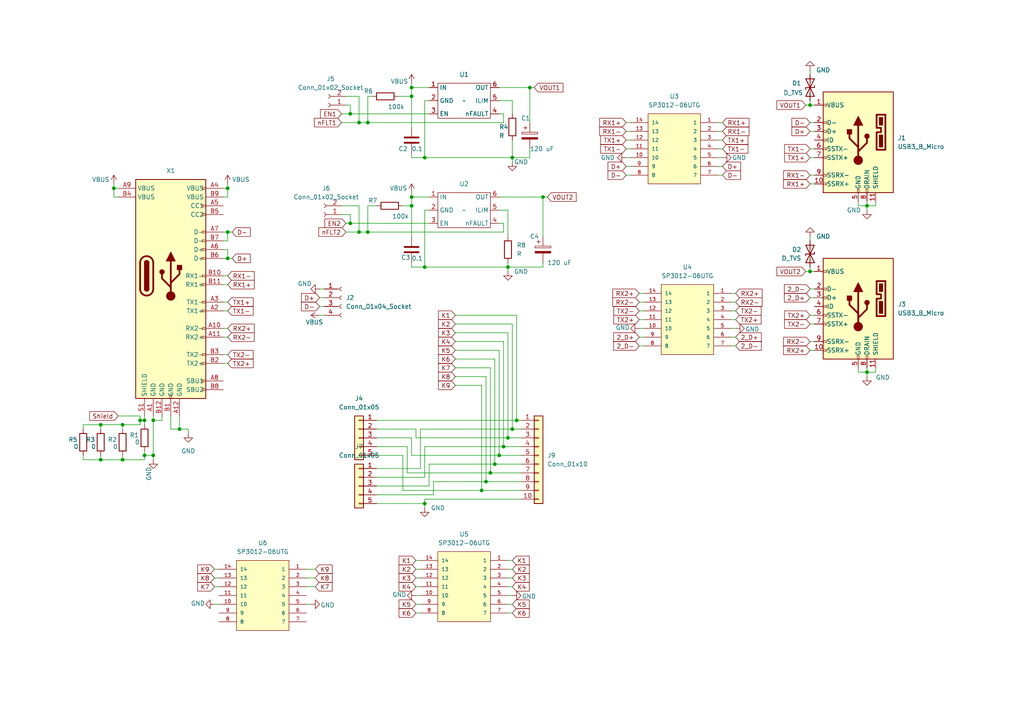
<source format=kicad_sch>
(kicad_sch (version 20231120) (generator "eeschema") (generator_version "8.0")
  (paper "A4")
  (lib_symbols
    (symbol "Connector:Conn_01x02_Socket" (pin_names (offset 1.016) hide)
      (property "Reference" "J" (at 0 2.54 0))
      (property "Value" "Conn_01x02_Socket" (at 0 -5.08 0))
      (symbol "Conn_01x02_Socket_1_1"
        (pin passive line (at -5.08 0 0) (length 3.81) (name "Pin_1") (number "1"))
        (pin passive line (at -5.08 -2.54 0) (length 3.81) (name "Pin_2") (number "2"))
      )
    )
    (symbol "Connector:Conn_01x04_Socket" (pin_names (offset 1.016) hide)
      (property "Reference" "J" (at 0 5.08 0))
      (property "Value" "Conn_01x04_Socket" (at 0 -7.62 0))
      (symbol "Conn_01x04_Socket_1_1"
        (pin passive line (at -5.08 2.54 0) (length 3.81) (name "Pin_1") (number "1"))
        (pin passive line (at -5.08 0 0) (length 3.81) (name "Pin_2") (number "2"))
        (pin passive line (at -5.08 -2.54 0) (length 3.81) (name "Pin_3") (number "3"))
        (pin passive line (at -5.08 -5.08 0) (length 3.81) (name "Pin_4") (number "4"))
      )
    )
    (symbol "Connector:USB3_B_Micro" (pin_names (offset 1.016))
      (property "Reference" "J" (at -10.16 15.24 0))
      (property "Value" "USB3_B_Micro" (at 10.16 15.24 0))
      (symbol "USB3_B_Micro_1_1"
        (pin power_out line (at 12.7 10.16 180) (length 2.54) (name "VBUS") (number "1"))
        (pin input line (at 12.7 -12.7 180) (length 2.54) (name "SSRX+") (number "10"))
        (pin passive line (at -5.08 -17.78 90) (length 2.54) (name "SHIELD") (number "11"))
        (pin bidirectional line (at 12.7 5.08 180) (length 2.54) (name "D-") (number "2"))
        (pin bidirectional line (at 12.7 2.54 180) (length 2.54) (name "D+") (number "3"))
        (pin passive line (at 12.7 0 180) (length 2.54) (name "ID") (number "4"))
        (pin power_out line (at 0 -17.78 90) (length 2.54) (name "GND") (number "5"))
        (pin output line (at 12.7 -2.54 180) (length 2.54) (name "SSTX-") (number "6"))
        (pin output line (at 12.7 -5.08 180) (length 2.54) (name "SSTX+") (number "7"))
        (pin passive line (at -2.54 -17.78 90) (length 2.54) (name "DRAIN") (number "8"))
        (pin input line (at 12.7 -10.16 180) (length 2.54) (name "SSRX-") (number "9"))
      )
    )
    (symbol "Connector_Generic:Conn_01x05" (pin_names (offset 1.016) hide)
      (property "Reference" "J" (at 0 7.62 0))
      (property "Value" "Conn_01x05" (at 0 -7.62 0))
      (symbol "Conn_01x05_1_1"
        (pin passive line (at -5.08 5.08 0) (length 3.81) (name "Pin_1") (number "1"))
        (pin passive line (at -5.08 2.54 0) (length 3.81) (name "Pin_2") (number "2"))
        (pin passive line (at -5.08 0 0) (length 3.81) (name "Pin_3") (number "3"))
        (pin passive line (at -5.08 -2.54 0) (length 3.81) (name "Pin_4") (number "4"))
        (pin passive line (at -5.08 -5.08 0) (length 3.81) (name "Pin_5") (number "5"))
      )
    )
    (symbol "Connector_Generic:Conn_01x10" (pin_names (offset 1.016) hide)
      (property "Reference" "J" (at 0 12.7 0))
      (property "Value" "Conn_01x10" (at 0 -15.24 0))
      (symbol "Conn_01x10_1_1"
        (pin passive line (at -5.08 10.16 0) (length 3.81) (name "Pin_1") (number "1"))
        (pin passive line (at -5.08 -12.7 0) (length 3.81) (name "Pin_10") (number "10"))
        (pin passive line (at -5.08 7.62 0) (length 3.81) (name "Pin_2") (number "2"))
        (pin passive line (at -5.08 5.08 0) (length 3.81) (name "Pin_3") (number "3"))
        (pin passive line (at -5.08 2.54 0) (length 3.81) (name "Pin_4") (number "4"))
        (pin passive line (at -5.08 0 0) (length 3.81) (name "Pin_5") (number "5"))
        (pin passive line (at -5.08 -2.54 0) (length 3.81) (name "Pin_6") (number "6"))
        (pin passive line (at -5.08 -5.08 0) (length 3.81) (name "Pin_7") (number "7"))
        (pin passive line (at -5.08 -7.62 0) (length 3.81) (name "Pin_8") (number "8"))
        (pin passive line (at -5.08 -10.16 0) (length 3.81) (name "Pin_9") (number "9"))
      )
    )
    (symbol "Device:C" (pin_numbers hide) (pin_names (offset 0.254))
      (property "Reference" "C" (at 0.635 2.54 0))
      (property "Value" "C" (at 0.635 -2.54 0))
      (symbol "C_1_1"
        (pin passive line (at 0 3.81 270) (length 2.794) (name "~") (number "1"))
        (pin passive line (at 0 -3.81 90) (length 2.794) (name "~") (number "2"))
      )
    )
    (symbol "Device:C_Polarized" (pin_numbers hide) (pin_names (offset 0.254))
      (property "Reference" "C" (at 0.635 2.54 0))
      (property "Value" "C_Polarized" (at 0.635 -2.54 0))
      (symbol "C_Polarized_1_1"
        (pin passive line (at 0 3.81 270) (length 2.794) (name "~") (number "1"))
        (pin passive line (at 0 -3.81 90) (length 2.794) (name "~") (number "2"))
      )
    )
    (symbol "Device:D_TVS" (pin_numbers hide) (pin_names (offset 1.016) hide)
      (property "Reference" "D" (at 0 2.54 0))
      (property "Value" "D_TVS" (at 0 -2.54 0))
      (symbol "D_TVS_1_1"
        (pin passive line (at -3.81 0 0) (length 2.54) (name "A1") (number "1"))
        (pin passive line (at 3.81 0 180) (length 2.54) (name "A2") (number "2"))
      )
    )
    (symbol "Device:R" (pin_numbers hide) (pin_names (offset 0))
      (property "Reference" "R" (at 2.032 0 90))
      (property "Value" "R" (at 0 0 90))
      (symbol "R_1_1"
        (pin passive line (at 0 3.81 270) (length 1.27) (name "~") (number "1"))
        (pin passive line (at 0 -3.81 90) (length 1.27) (name "~") (number "2"))
      )
    )
    (symbol "Shield1:USB_C_24pins"
      (property "Reference" "X1" (at 0 38.1 0))
      (property "Value" "USB_C_24pins" (at 0 35.56 0))
      (symbol "USB_C_24pins_1_1"
        (pin passive line (at -5.08 -35.56 90) (length 5.08) (name "GND") (number "A1"))
        (pin bidirectional line (at 15.24 -10.16 180) (length 5.08) (name "RX2-") (number "A10"))
        (pin bidirectional line (at 15.24 -12.7 180) (length 5.08) (name "RX2+") (number "A11"))
        (pin passive line (at 2.54 -35.56 90) (length 5.08) (name "GND") (number "A12"))
        (pin bidirectional line (at 15.24 -5.08 180) (length 5.08) (name "TX1+") (number "A2"))
        (pin bidirectional line (at 15.24 -2.54 180) (length 5.08) (name "TX1-") (number "A3"))
        (pin passive line (at 15.24 30.48 180) (length 5.08) (name "VBUS") (number "A4"))
        (pin bidirectional line (at 15.24 25.4 180) (length 5.08) (name "CC1") (number "A5"))
        (pin bidirectional line (at 15.24 12.7 180) (length 5.08) (name "D+") (number "A6"))
        (pin bidirectional line (at 15.24 17.78 180) (length 5.08) (name "D-") (number "A7"))
        (pin bidirectional line (at 15.24 -25.4 180) (length 5.08) (name "SBU1") (number "A8"))
        (pin passive line (at -15.24 30.48 0) (length 5.08) (name "VBUS") (number "A9"))
        (pin passive line (at 0 -35.56 90) (length 5.08) (name "GND") (number "B1"))
        (pin bidirectional line (at 15.24 5.08 180) (length 5.08) (name "RX1-") (number "B10"))
        (pin bidirectional line (at 15.24 2.54 180) (length 5.08) (name "RX1+") (number "B11"))
        (pin passive line (at -2.54 -35.56 90) (length 5.08) (name "GND") (number "B12"))
        (pin bidirectional line (at 15.24 -20.32 180) (length 5.08) (name "TX2+") (number "B2"))
        (pin bidirectional line (at 15.24 -17.78 180) (length 5.08) (name "TX2-") (number "B3"))
        (pin passive line (at -15.24 27.94 0) (length 5.08) (name "VBUS") (number "B4"))
        (pin bidirectional line (at 15.24 22.86 180) (length 5.08) (name "CC2") (number "B5"))
        (pin bidirectional line (at 15.24 10.16 180) (length 5.08) (name "D+") (number "B6"))
        (pin bidirectional line (at 15.24 15.24 180) (length 5.08) (name "D-") (number "B7"))
        (pin bidirectional line (at 15.24 -27.94 180) (length 5.08) (name "SBU2") (number "B8"))
        (pin passive line (at 15.24 27.94 180) (length 5.08) (name "VBUS") (number "B9"))
        (pin passive line (at -7.62 -35.56 90) (length 5.08) (name "SHIELD") (number "S1"))
        (pin passive line (at -7.62 -35.56 90) (length 5.08) hide (name "SHIELD") (number "S2"))
        (pin passive line (at -7.62 -35.56 90) (length 5.08) hide (name "SHIELD") (number "S3"))
        (pin passive line (at -7.62 -35.56 90) (length 5.08) hide (name "SHIELD") (number "S4"))
      )
    )
    (symbol "myLib8:SP3012-06UTG" (pin_names (offset 1.016))
      (property "Reference" "U" (at -7.62 10.668 0))
      (property "Value" "SP3012-06UTG" (at -7.62 -12.7 0))
      (symbol "SP3012-06UTG_0_0"
        (pin passive line (at -12.7 7.62 0) (length 5.08) (name "1") (number "1"))
        (pin passive line (at 12.7 -2.54 180) (length 5.08) (name "10") (number "10"))
        (pin passive line (at 12.7 0 180) (length 5.08) (name "11") (number "11"))
        (pin passive line (at 12.7 2.54 180) (length 5.08) (name "12") (number "12"))
        (pin passive line (at 12.7 5.08 180) (length 5.08) (name "13") (number "13"))
        (pin passive line (at 12.7 7.62 180) (length 5.08) (name "14") (number "14"))
        (pin passive line (at -12.7 5.08 0) (length 5.08) (name "2") (number "2"))
        (pin passive line (at -12.7 2.54 0) (length 5.08) (name "3") (number "3"))
        (pin passive line (at -12.7 0 0) (length 5.08) (name "4") (number "4"))
        (pin passive line (at -12.7 -2.54 0) (length 5.08) (name "5") (number "5"))
        (pin passive line (at -12.7 -5.08 0) (length 5.08) (name "6") (number "6"))
        (pin passive line (at -12.7 -7.62 0) (length 5.08) (name "7") (number "7"))
        (pin passive line (at 12.7 -7.62 180) (length 5.08) (name "8") (number "8"))
        (pin passive line (at 12.7 -5.08 180) (length 5.08) (name "9") (number "9"))
      )
    )
    (symbol "power:GND" (power) (pin_names (offset 0))
      (property "Value" "GND" (at 0 -3.81 0))
      (symbol "GND_1_1"
        (pin power_in line (at 0 0 270) (length 0) hide (name "GND") (number "1"))
      )
    )
    (symbol "power:VBUS" (power) (pin_names (offset 0))
      (property "Value" "VBUS" (at 0 3.81 0))
      (symbol "VBUS_1_1"
        (pin power_in line (at 0 0 90) (length 0) hide (name "VBUS") (number "1"))
      )
    )
    (symbol "swich emergent:tps2553"
      (property "Reference" "U" (at 0 7.62 0))
      (symbol "tps2553_1_1"
        (pin power_in line (at -10.16 3.81 0) (length 2.54) (name "IN") (number "1"))
        (pin power_in line (at -10.16 0 0) (length 2.54) (name "GND") (number "2"))
        (pin input line (at -10.16 -3.81 0) (length 2.54) (name "EN") (number "3"))
        (pin open_collector line (at 10.16 -3.81 180) (length 2.54) (name "nFAULT") (number "4"))
        (pin output line (at 10.16 0 180) (length 2.54) (name "ILIM") (number "5"))
        (pin power_out line (at 10.16 3.81 180) (length 2.54) (name "OUT") (number "6"))
      )
    )
  )
  (junction (at 35.56 133.35))
  (junction (at 234.95 30.48))
  (junction (at 106.68 35.56))
  (junction (at 40.64 121.92))
  (junction (at 66.04 54.61))
  (junction (at 123.19 146.05))
  (junction (at 149.86 121.92))
  (junction (at 44.45 121.92))
  (junction (at 44.45 132.08))
  (junction (at 101.6 64.77))
  (junction (at 101.6 33.02))
  (junction (at 147.32 77.47))
  (junction (at 148.59 124.46))
  (junction (at 251.46 59.69))
  (junction (at 29.21 133.35))
  (junction (at 106.68 67.31))
  (junction (at 119.38 25.4))
  (junction (at 148.59 45.72))
  (junction (at 33.02 54.61))
  (junction (at 143.51 134.62))
  (junction (at 234.95 78.74))
  (junction (at 140.97 139.7))
  (junction (at 104.14 67.31))
  (junction (at 104.14 35.56))
  (junction (at 35.56 123.19))
  (junction (at 139.7 142.24))
  (junction (at 41.91 132.08))
  (junction (at 119.38 57.15))
  (junction (at 119.38 27.94))
  (junction (at 123.19 45.72))
  (junction (at 147.32 127))
  (junction (at 123.19 77.47))
  (junction (at 29.21 123.19))
  (junction (at 157.48 57.15))
  (junction (at 144.78 132.08))
  (junction (at 153.67 25.4))
  (junction (at 142.24 137.16))
  (junction (at 52.07 124.46))
  (junction (at 146.05 129.54))
  (junction (at 66.04 74.93))
  (junction (at 119.38 59.69))
  (junction (at 66.04 67.31))
  (junction (at 41.91 121.92))
  (junction (at 251.46 107.95))
  (wire (pts (xy 236.22 30.48) (xy 234.95 30.48)))
  (wire (pts (xy 119.38 132.08) (xy 119.38 127)))
  (wire (pts (xy 109.22 59.69) (xy 106.68 59.69)))
  (wire (pts (xy 139.7 142.24) (xy 116.84 142.24)))
  (wire (pts (xy 182.88 43.18) (xy 181.61 43.18)))
  (wire (pts (xy 236.22 38.1) (xy 234.95 38.1)))
  (wire (pts (xy 140.97 139.7) (xy 151.13 139.7)))
  (wire (pts (xy 125.73 139.7) (xy 140.97 139.7)))
  (wire (pts (xy 119.38 57.15) (xy 119.38 59.69)))
  (wire (pts (xy 139.7 111.76) (xy 139.7 142.24)))
  (wire (pts (xy 149.86 121.92) (xy 151.13 121.92)))
  (wire (pts (xy 46.99 120.65) (xy 46.99 121.92)))
  (wire (pts (xy 120.65 175.26) (xy 121.92 175.26)))
  (wire (pts (xy 151.13 132.08) (xy 144.78 132.08)))
  (wire (pts (xy 35.56 123.19) (xy 29.21 123.19)))
  (wire (pts (xy 121.92 135.89) (xy 121.92 124.46)))
  (wire (pts (xy 251.46 58.42) (xy 251.46 59.69)))
  (wire (pts (xy 146.05 67.31) (xy 146.05 64.77)))
  (wire (pts (xy 120.65 127) (xy 120.65 124.46)))
  (wire (pts (xy 132.08 93.98) (xy 148.59 93.98)))
  (wire (pts (xy 119.38 57.15) (xy 124.46 57.15)))
  (wire (pts (xy 132.08 106.68) (xy 142.24 106.68)))
  (wire (pts (xy 119.38 127) (xy 109.22 127)))
  (wire (pts (xy 67.31 74.93) (xy 66.04 74.93)))
  (wire (pts (xy 148.59 170.18) (xy 147.32 170.18)))
  (wire (pts (xy 66.04 80.01) (xy 64.77 80.01)))
  (wire (pts (xy 234.95 53.34) (xy 236.22 53.34)))
  (wire (pts (xy 66.04 54.61) (xy 64.77 54.61)))
  (wire (pts (xy 148.59 165.1) (xy 147.32 165.1)))
  (wire (pts (xy 151.13 137.16) (xy 142.24 137.16)))
  (wire (pts (xy 92.71 91.44) (xy 93.98 91.44)))
  (wire (pts (xy 104.14 59.69) (xy 104.14 67.31)))
  (wire (pts (xy 209.55 38.1) (xy 208.28 38.1)))
  (wire (pts (xy 140.97 109.22) (xy 140.97 139.7)))
  (wire (pts (xy 146.05 99.06) (xy 146.05 129.54)))
  (wire (pts (xy 234.95 101.6) (xy 236.22 101.6)))
  (wire (pts (xy 234.95 29.21) (xy 234.95 30.48)))
  (wire (pts (xy 186.69 97.79) (xy 185.42 97.79)))
  (wire (pts (xy 116.84 132.08) (xy 109.22 132.08)))
  (wire (pts (xy 123.19 77.47) (xy 147.32 77.47)))
  (wire (pts (xy 123.19 129.54) (xy 146.05 129.54)))
  (wire (pts (xy 99.06 62.23) (xy 101.6 62.23)))
  (wire (pts (xy 146.05 64.77) (xy 144.78 64.77)))
  (wire (pts (xy 124.46 134.62) (xy 143.51 134.62)))
  (wire (pts (xy 99.06 59.69) (xy 104.14 59.69)))
  (wire (pts (xy 119.38 45.72) (xy 123.19 45.72)))
  (wire (pts (xy 123.19 146.05) (xy 123.19 147.32)))
  (wire (pts (xy 64.77 57.15) (xy 66.04 57.15)))
  (wire (pts (xy 209.55 45.72) (xy 208.28 45.72)))
  (wire (pts (xy 66.04 97.79) (xy 64.77 97.79)))
  (wire (pts (xy 147.32 77.47) (xy 147.32 78.74)))
  (wire (pts (xy 213.36 95.25) (xy 212.09 95.25)))
  (wire (pts (xy 143.51 104.14) (xy 143.51 134.62)))
  (wire (pts (xy 66.04 105.41) (xy 64.77 105.41)))
  (wire (pts (xy 186.69 95.25) (xy 185.42 95.25)))
  (wire (pts (xy 123.19 45.72) (xy 148.59 45.72)))
  (wire (pts (xy 248.92 59.69) (xy 248.92 58.42)))
  (wire (pts (xy 66.04 95.25) (xy 64.77 95.25)))
  (wire (pts (xy 52.07 120.65) (xy 52.07 124.46)))
  (wire (pts (xy 120.65 124.46) (xy 109.22 124.46)))
  (wire (pts (xy 148.59 29.21) (xy 144.78 29.21)))
  (wire (pts (xy 123.19 138.43) (xy 123.19 129.54)))
  (wire (pts (xy 132.08 104.14) (xy 143.51 104.14)))
  (wire (pts (xy 251.46 59.69) (xy 251.46 60.96)))
  (wire (pts (xy 251.46 107.95) (xy 251.46 109.22)))
  (wire (pts (xy 213.36 90.17) (xy 212.09 90.17)))
  (wire (pts (xy 182.88 38.1) (xy 181.61 38.1)))
  (wire (pts (xy 182.88 48.26) (xy 181.61 48.26)))
  (wire (pts (xy 119.38 77.47) (xy 123.19 77.47)))
  (wire (pts (xy 92.71 83.82) (xy 93.98 83.82)))
  (wire (pts (xy 234.95 45.72) (xy 236.22 45.72)))
  (wire (pts (xy 104.14 27.94) (xy 104.14 35.56)))
  (wire (pts (xy 147.32 127) (xy 120.65 127)))
  (wire (pts (xy 66.04 53.34) (xy 66.04 54.61)))
  (wire (pts (xy 119.38 24.13) (xy 119.38 25.4)))
  (wire (pts (xy 99.06 35.56) (xy 104.14 35.56)))
  (wire (pts (xy 54.61 125.73) (xy 54.61 124.46)))
  (wire (pts (xy 148.59 172.72) (xy 147.32 172.72)))
  (wire (pts (xy 33.02 54.61) (xy 33.02 57.15)))
  (wire (pts (xy 147.32 68.58) (xy 147.32 60.96)))
  (wire (pts (xy 186.69 85.09) (xy 185.42 85.09)))
  (wire (pts (xy 107.95 27.94) (xy 106.68 27.94)))
  (wire (pts (xy 186.69 87.63) (xy 185.42 87.63)))
  (wire (pts (xy 123.19 146.05) (xy 123.19 144.78)))
  (wire (pts (xy 66.04 67.31) (xy 66.04 69.85)))
  (wire (pts (xy 35.56 124.46) (xy 35.56 123.19)))
  (wire (pts (xy 101.6 62.23) (xy 101.6 64.77)))
  (wire (pts (xy 119.38 25.4) (xy 124.46 25.4)))
  (wire (pts (xy 121.92 124.46) (xy 148.59 124.46)))
  (wire (pts (xy 24.13 123.19) (xy 29.21 123.19)))
  (wire (pts (xy 251.46 106.68) (xy 251.46 107.95)))
  (wire (pts (xy 101.6 30.48) (xy 101.6 33.02)))
  (wire (pts (xy 157.48 57.15) (xy 157.48 68.58)))
  (wire (pts (xy 66.04 57.15) (xy 66.04 54.61)))
  (wire (pts (xy 132.08 101.6) (xy 144.78 101.6)))
  (wire (pts (xy 92.71 86.36) (xy 93.98 86.36)))
  (wire (pts (xy 66.04 67.31) (xy 67.31 67.31)))
  (wire (pts (xy 106.68 35.56) (xy 146.05 35.56)))
  (wire (pts (xy 119.38 45.72) (xy 119.38 44.45)))
  (wire (pts (xy 101.6 33.02) (xy 124.46 33.02)))
  (wire (pts (xy 120.65 165.1) (xy 121.92 165.1)))
  (wire (pts (xy 119.38 59.69) (xy 119.38 68.58)))
  (wire (pts (xy 182.88 50.8) (xy 181.61 50.8)))
  (wire (pts (xy 234.95 83.82) (xy 236.22 83.82)))
  (wire (pts (xy 254 58.42) (xy 254 59.69)))
  (wire (pts (xy 151.13 127) (xy 147.32 127)))
  (wire (pts (xy 100.33 64.77) (xy 101.6 64.77)))
  (wire (pts (xy 157.48 76.2) (xy 157.48 77.47)))
  (wire (pts (xy 92.71 88.9) (xy 93.98 88.9)))
  (wire (pts (xy 44.45 133.35) (xy 44.45 132.08)))
  (wire (pts (xy 44.45 132.08) (xy 44.45 121.92)))
  (wire (pts (xy 49.53 124.46) (xy 52.07 124.46)))
  (wire (pts (xy 186.69 100.33) (xy 185.42 100.33)))
  (wire (pts (xy 236.22 35.56) (xy 234.95 35.56)))
  (wire (pts (xy 118.11 129.54) (xy 109.22 129.54)))
  (wire (pts (xy 125.73 143.51) (xy 125.73 139.7)))
  (wire (pts (xy 234.95 77.47) (xy 234.95 78.74)))
  (wire (pts (xy 100.33 27.94) (xy 104.14 27.94)))
  (wire (pts (xy 120.65 167.64) (xy 121.92 167.64)))
  (wire (pts (xy 234.95 93.98) (xy 236.22 93.98)))
  (wire (pts (xy 104.14 67.31) (xy 106.68 67.31)))
  (wire (pts (xy 182.88 45.72) (xy 181.61 45.72)))
  (wire (pts (xy 44.45 121.92) (xy 46.99 121.92)))
  (wire (pts (xy 119.38 55.88) (xy 119.38 57.15)))
  (wire (pts (xy 62.23 167.64) (xy 63.5 167.64)))
  (wire (pts (xy 209.55 43.18) (xy 208.28 43.18)))
  (wire (pts (xy 234.95 20.32) (xy 234.95 21.59)))
  (wire (pts (xy 132.08 99.06) (xy 146.05 99.06)))
  (wire (pts (xy 41.91 132.08) (xy 44.45 132.08)))
  (wire (pts (xy 153.67 25.4) (xy 154.94 25.4)))
  (wire (pts (xy 234.95 50.8) (xy 236.22 50.8)))
  (wire (pts (xy 144.78 101.6) (xy 144.78 132.08)))
  (wire (pts (xy 109.22 121.92) (xy 149.86 121.92)))
  (wire (pts (xy 182.88 35.56) (xy 181.61 35.56)))
  (wire (pts (xy 109.22 143.51) (xy 125.73 143.51)))
  (wire (pts (xy 90.17 175.26) (xy 88.9 175.26)))
  (wire (pts (xy 209.55 35.56) (xy 208.28 35.56)))
  (wire (pts (xy 234.95 78.74) (xy 236.22 78.74)))
  (wire (pts (xy 143.51 134.62) (xy 151.13 134.62)))
  (wire (pts (xy 119.38 76.2) (xy 119.38 77.47)))
  (wire (pts (xy 33.02 53.34) (xy 33.02 54.61)))
  (wire (pts (xy 124.46 140.97) (xy 124.46 134.62)))
  (wire (pts (xy 41.91 120.65) (xy 41.91 121.92)))
  (wire (pts (xy 234.95 78.74) (xy 233.68 78.74)))
  (wire (pts (xy 34.29 120.65) (xy 40.64 120.65)))
  (wire (pts (xy 132.08 96.52) (xy 147.32 96.52)))
  (wire (pts (xy 234.95 30.48) (xy 233.68 30.48)))
  (wire (pts (xy 106.68 67.31) (xy 146.05 67.31)))
  (wire (pts (xy 24.13 132.08) (xy 24.13 133.35)))
  (wire (pts (xy 234.95 68.58) (xy 234.95 69.85)))
  (wire (pts (xy 120.65 162.56) (xy 121.92 162.56)))
  (wire (pts (xy 123.19 144.78) (xy 151.13 144.78)))
  (wire (pts (xy 254 59.69) (xy 251.46 59.69)))
  (wire (pts (xy 101.6 64.77) (xy 124.46 64.77)))
  (wire (pts (xy 91.44 167.64) (xy 88.9 167.64)))
  (wire (pts (xy 148.59 45.72) (xy 153.67 45.72)))
  (wire (pts (xy 120.65 170.18) (xy 121.92 170.18)))
  (wire (pts (xy 104.14 35.56) (xy 106.68 35.56)))
  (wire (pts (xy 116.84 59.69) (xy 119.38 59.69)))
  (wire (pts (xy 123.19 60.96) (xy 123.19 77.47)))
  (wire (pts (xy 35.56 123.19) (xy 40.64 123.19)))
  (wire (pts (xy 254 106.68) (xy 254 107.95)))
  (wire (pts (xy 35.56 132.08) (xy 35.56 133.35)))
  (wire (pts (xy 144.78 132.08) (xy 119.38 132.08)))
  (wire (pts (xy 118.11 137.16) (xy 118.11 129.54)))
  (wire (pts (xy 40.64 123.19) (xy 40.64 121.92)))
  (wire (pts (xy 147.32 77.47) (xy 157.48 77.47)))
  (wire (pts (xy 149.86 91.44) (xy 149.86 121.92)))
  (wire (pts (xy 254 107.95) (xy 251.46 107.95)))
  (wire (pts (xy 186.69 90.17) (xy 185.42 90.17)))
  (wire (pts (xy 109.22 146.05) (xy 123.19 146.05)))
  (wire (pts (xy 40.64 120.65) (xy 40.64 121.92)))
  (wire (pts (xy 66.04 72.39) (xy 66.04 74.93)))
  (wire (pts (xy 33.02 57.15) (xy 34.29 57.15)))
  (wire (pts (xy 213.36 85.09) (xy 212.09 85.09)))
  (wire (pts (xy 148.59 175.26) (xy 147.32 175.26)))
  (wire (pts (xy 144.78 57.15) (xy 157.48 57.15)))
  (wire (pts (xy 120.65 177.8) (xy 121.92 177.8)))
  (wire (pts (xy 64.77 67.31) (xy 66.04 67.31)))
  (wire (pts (xy 153.67 25.4) (xy 153.67 35.56)))
  (wire (pts (xy 148.59 162.56) (xy 147.32 162.56)))
  (wire (pts (xy 66.04 74.93) (xy 64.77 74.93)))
  (wire (pts (xy 100.33 67.31) (xy 104.14 67.31)))
  (wire (pts (xy 41.91 130.81) (xy 41.91 132.08)))
  (wire (pts (xy 234.95 91.44) (xy 236.22 91.44)))
  (wire (pts (xy 147.32 76.2) (xy 147.32 77.47)))
  (wire (pts (xy 66.04 87.63) (xy 64.77 87.63)))
  (wire (pts (xy 109.22 140.97) (xy 124.46 140.97)))
  (wire (pts (xy 123.19 60.96) (xy 124.46 60.96)))
  (wire (pts (xy 213.36 97.79) (xy 212.09 97.79)))
  (wire (pts (xy 147.32 60.96) (xy 144.78 60.96)))
  (wire (pts (xy 213.36 100.33) (xy 212.09 100.33)))
  (wire (pts (xy 24.13 124.46) (xy 24.13 123.19)))
  (wire (pts (xy 148.59 177.8) (xy 147.32 177.8)))
  (wire (pts (xy 35.56 133.35) (xy 29.21 133.35)))
  (wire (pts (xy 213.36 92.71) (xy 212.09 92.71)))
  (wire (pts (xy 148.59 33.02) (xy 148.59 29.21)))
  (wire (pts (xy 62.23 175.26) (xy 63.5 175.26)))
  (wire (pts (xy 148.59 167.64) (xy 147.32 167.64)))
  (wire (pts (xy 157.48 57.15) (xy 158.75 57.15)))
  (wire (pts (xy 248.92 107.95) (xy 248.92 106.68)))
  (wire (pts (xy 132.08 91.44) (xy 149.86 91.44)))
  (wire (pts (xy 35.56 133.35) (xy 41.91 133.35)))
  (wire (pts (xy 44.45 120.65) (xy 44.45 121.92)))
  (wire (pts (xy 148.59 45.72) (xy 148.59 46.99)))
  (wire (pts (xy 116.84 142.24) (xy 116.84 132.08)))
  (wire (pts (xy 142.24 137.16) (xy 118.11 137.16)))
  (wire (pts (xy 120.65 172.72) (xy 121.92 172.72)))
  (wire (pts (xy 147.32 96.52) (xy 147.32 127)))
  (wire (pts (xy 66.04 90.17) (xy 64.77 90.17)))
  (wire (pts (xy 91.44 170.18) (xy 88.9 170.18)))
  (wire (pts (xy 64.77 72.39) (xy 66.04 72.39)))
  (wire (pts (xy 124.46 29.21) (xy 123.19 29.21)))
  (wire (pts (xy 123.19 29.21) (xy 123.19 45.72)))
  (wire (pts (xy 29.21 123.19) (xy 29.21 124.46)))
  (wire (pts (xy 62.23 170.18) (xy 63.5 170.18)))
  (wire (pts (xy 132.08 111.76) (xy 139.7 111.76)))
  (wire (pts (xy 148.59 124.46) (xy 151.13 124.46)))
  (wire (pts (xy 213.36 87.63) (xy 212.09 87.63)))
  (wire (pts (xy 66.04 102.87) (xy 64.77 102.87)))
  (wire (pts (xy 234.95 86.36) (xy 236.22 86.36)))
  (wire (pts (xy 100.33 30.48) (xy 101.6 30.48)))
  (wire (pts (xy 146.05 129.54) (xy 151.13 129.54)))
  (wire (pts (xy 119.38 25.4) (xy 119.38 27.94)))
  (wire (pts (xy 148.59 93.98) (xy 148.59 124.46)))
  (wire (pts (xy 33.02 54.61) (xy 34.29 54.61)))
  (wire (pts (xy 144.78 25.4) (xy 153.67 25.4)))
  (wire (pts (xy 109.22 135.89) (xy 121.92 135.89)))
  (wire (pts (xy 151.13 142.24) (xy 139.7 142.24)))
  (wire (pts (xy 66.04 82.55) (xy 64.77 82.55)))
  (wire (pts (xy 251.46 107.95) (xy 248.92 107.95)))
  (wire (pts (xy 41.91 132.08) (xy 41.91 133.35)))
  (wire (pts (xy 234.95 99.06) (xy 236.22 99.06)))
  (wire (pts (xy 146.05 33.02) (xy 144.78 33.02)))
  (wire (pts (xy 148.59 40.64) (xy 148.59 45.72)))
  (wire (pts (xy 91.44 165.1) (xy 88.9 165.1)))
  (wire (pts (xy 24.13 133.35) (xy 29.21 133.35)))
  (wire (pts (xy 146.05 35.56) (xy 146.05 33.02)))
  (wire (pts (xy 29.21 132.08) (xy 29.21 133.35)))
  (wire (pts (xy 106.68 59.69) (xy 106.68 67.31)))
  (wire (pts (xy 40.64 121.92) (xy 41.91 121.92)))
  (wire (pts (xy 209.55 48.26) (xy 208.28 48.26)))
  (wire (pts (xy 52.07 124.46) (xy 54.61 124.46)))
  (wire (pts (xy 49.53 120.65) (xy 49.53 124.46)))
  (wire (pts (xy 209.55 40.64) (xy 208.28 40.64)))
  (wire (pts (xy 182.88 40.64) (xy 181.61 40.64)))
  (wire (pts (xy 209.55 50.8) (xy 208.28 50.8)))
  (wire (pts (xy 62.23 165.1) (xy 63.5 165.1)))
  (wire (pts (xy 234.95 43.18) (xy 236.22 43.18)))
  (wire (pts (xy 106.68 27.94) (xy 106.68 35.56)))
  (wire (pts (xy 41.91 121.92) (xy 41.91 123.19)))
  (wire (pts (xy 186.69 92.71) (xy 185.42 92.71)))
  (wire (pts (xy 99.06 33.02) (xy 101.6 33.02)))
  (wire (pts (xy 132.08 109.22) (xy 140.97 109.22)))
  (wire (pts (xy 251.46 59.69) (xy 248.92 59.69)))
  (wire (pts (xy 66.04 69.85) (xy 64.77 69.85)))
  (wire (pts (xy 142.24 106.68) (xy 142.24 137.16)))
  (wire (pts (xy 153.67 43.18) (xy 153.67 45.72)))
  (wire (pts (xy 109.22 138.43) (xy 123.19 138.43)))
  (wire (pts (xy 115.57 27.94) (xy 119.38 27.94)))
  (wire (pts (xy 119.38 27.94) (xy 119.38 36.83)))
  (global_label "TX1+" (shape input) (at 209.55 40.64 0) (property "Intersheetrefs" "${INTERSHEET_REFS}" (effects (hide yes))))
  (global_label "VOUT2" (shape input) (at 233.68 78.74 180) (property "Intersheetrefs" "${INTERSHEET_REFS}" (effects (hide yes))))
  (global_label "K4" (shape input) (at 132.08 99.06 180) (property "Intersheetrefs" "${INTERSHEET_REFS}" (effects (hide yes))))
  (global_label "TX1+" (shape input) (at 181.61 40.64 180) (property "Intersheetrefs" "${INTERSHEET_REFS}" (effects (hide yes))))
  (global_label "RX1-" (shape input) (at 234.95 50.8 180) (property "Intersheetrefs" "${INTERSHEET_REFS}" (effects (hide yes))))
  (global_label "K1" (shape input) (at 132.08 91.44 180) (property "Intersheetrefs" "${INTERSHEET_REFS}" (effects (hide yes))))
  (global_label "TX1-" (shape input) (at 234.95 43.18 180) (property "Intersheetrefs" "${INTERSHEET_REFS}" (effects (hide yes))))
  (global_label "RX1+" (shape input) (at 66.04 82.55 0) (property "Intersheetrefs" "${INTERSHEET_REFS}" (effects (hide yes))))
  (global_label "K5" (shape input) (at 132.08 101.6 180) (property "Intersheetrefs" "${INTERSHEET_REFS}" (effects (hide yes))))
  (global_label "VOUT1" (shape input) (at 154.94 25.4 0) (property "Intersheetrefs" "${INTERSHEET_REFS}" (effects (hide yes))))
  (global_label "nFLT1" (shape input) (at 99.06 35.56 180) (property "Intersheetrefs" "${INTERSHEET_REFS}" (effects (hide yes))))
  (global_label "K9" (shape input) (at 91.44 165.1 0) (property "Intersheetrefs" "${INTERSHEET_REFS}" (effects (hide yes))))
  (global_label "D+" (shape input) (at 92.71 86.36 180) (property "Intersheetrefs" "${INTERSHEET_REFS}" (effects (hide yes))))
  (global_label "RX1+" (shape input) (at 181.61 35.56 180) (property "Intersheetrefs" "${INTERSHEET_REFS}" (effects (hide yes))))
  (global_label "K3" (shape input) (at 132.08 96.52 180) (property "Intersheetrefs" "${INTERSHEET_REFS}" (effects (hide yes))))
  (global_label "RX1+" (shape input) (at 234.95 53.34 180) (property "Intersheetrefs" "${INTERSHEET_REFS}" (effects (hide yes))))
  (global_label "D-" (shape input) (at 67.31 67.31 0) (property "Intersheetrefs" "${INTERSHEET_REFS}" (effects (hide yes))))
  (global_label "K9" (shape input) (at 132.08 111.76 180) (property "Intersheetrefs" "${INTERSHEET_REFS}" (effects (hide yes))))
  (global_label "RX2-" (shape input) (at 213.36 87.63 0) (property "Intersheetrefs" "${INTERSHEET_REFS}" (effects (hide yes))))
  (global_label "RX1-" (shape input) (at 66.04 80.01 0) (property "Intersheetrefs" "${INTERSHEET_REFS}" (effects (hide yes))))
  (global_label "D+" (shape input) (at 181.61 48.26 180) (property "Intersheetrefs" "${INTERSHEET_REFS}" (effects (hide yes))))
  (global_label "K4" (shape input) (at 148.59 170.18 0) (property "Intersheetrefs" "${INTERSHEET_REFS}" (effects (hide yes))))
  (global_label "D-" (shape input) (at 234.95 35.56 180) (property "Intersheetrefs" "${INTERSHEET_REFS}" (effects (hide yes))))
  (global_label "RX2+" (shape input) (at 234.95 101.6 180) (property "Intersheetrefs" "${INTERSHEET_REFS}" (effects (hide yes))))
  (global_label "K5" (shape input) (at 148.59 175.26 0) (property "Intersheetrefs" "${INTERSHEET_REFS}" (effects (hide yes))))
  (global_label "D-" (shape input) (at 181.61 50.8 180) (property "Intersheetrefs" "${INTERSHEET_REFS}" (effects (hide yes))))
  (global_label "K3" (shape input) (at 148.59 167.64 0) (property "Intersheetrefs" "${INTERSHEET_REFS}" (effects (hide yes))))
  (global_label "K9" (shape input) (at 62.23 165.1 180) (property "Intersheetrefs" "${INTERSHEET_REFS}" (effects (hide yes))))
  (global_label "K6" (shape input) (at 132.08 104.14 180) (property "Intersheetrefs" "${INTERSHEET_REFS}" (effects (hide yes))))
  (global_label "2_D+" (shape input) (at 185.42 97.79 180) (property "Intersheetrefs" "${INTERSHEET_REFS}" (effects (hide yes))))
  (global_label "RX2+" (shape input) (at 213.36 85.09 0) (property "Intersheetrefs" "${INTERSHEET_REFS}" (effects (hide yes))))
  (global_label "TX2-" (shape input) (at 234.95 93.98 180) (property "Intersheetrefs" "${INTERSHEET_REFS}" (effects (hide yes))))
  (global_label "D+" (shape input) (at 67.31 74.93 0) (property "Intersheetrefs" "${INTERSHEET_REFS}" (effects (hide yes))))
  (global_label "K5" (shape input) (at 120.65 175.26 180) (property "Intersheetrefs" "${INTERSHEET_REFS}" (effects (hide yes))))
  (global_label "RX2-" (shape input) (at 66.04 97.79 0) (property "Intersheetrefs" "${INTERSHEET_REFS}" (effects (hide yes))))
  (global_label "RX1+" (shape input) (at 209.55 35.56 0) (property "Intersheetrefs" "${INTERSHEET_REFS}" (effects (hide yes))))
  (global_label "EN2" (shape input) (at 100.33 64.77 180) (property "Intersheetrefs" "${INTERSHEET_REFS}" (effects (hide yes))))
  (global_label "RX2-" (shape input) (at 185.42 87.63 180) (property "Intersheetrefs" "${INTERSHEET_REFS}" (effects (hide yes))))
  (global_label "2_D-" (shape input) (at 234.95 83.82 180) (property "Intersheetrefs" "${INTERSHEET_REFS}" (effects (hide yes))))
  (global_label "K3" (shape input) (at 120.65 167.64 180) (property "Intersheetrefs" "${INTERSHEET_REFS}" (effects (hide yes))))
  (global_label "TX2+" (shape input) (at 66.04 105.41 0) (property "Intersheetrefs" "${INTERSHEET_REFS}" (effects (hide yes))))
  (global_label "RX2+" (shape input) (at 66.04 95.25 0) (property "Intersheetrefs" "${INTERSHEET_REFS}" (effects (hide yes))))
  (global_label "TX1-" (shape input) (at 66.04 90.17 0) (property "Intersheetrefs" "${INTERSHEET_REFS}" (effects (hide yes))))
  (global_label "TX2+" (shape input) (at 234.95 91.44 180) (property "Intersheetrefs" "${INTERSHEET_REFS}" (effects (hide yes))))
  (global_label "nFLT2" (shape input) (at 100.33 67.31 180) (property "Intersheetrefs" "${INTERSHEET_REFS}" (effects (hide yes))))
  (global_label "K8" (shape input) (at 62.23 167.64 180) (property "Intersheetrefs" "${INTERSHEET_REFS}" (effects (hide yes))))
  (global_label "TX1-" (shape input) (at 181.61 43.18 180) (property "Intersheetrefs" "${INTERSHEET_REFS}" (effects (hide yes))))
  (global_label "Shield" (shape input) (at 34.29 120.65 180) (property "Intersheetrefs" "${INTERSHEET_REFS}" (effects (hide yes))))
  (global_label "K1" (shape input) (at 120.65 162.56 180) (property "Intersheetrefs" "${INTERSHEET_REFS}" (effects (hide yes))))
  (global_label "K4" (shape input) (at 120.65 170.18 180) (property "Intersheetrefs" "${INTERSHEET_REFS}" (effects (hide yes))))
  (global_label "K6" (shape input) (at 120.65 177.8 180) (property "Intersheetrefs" "${INTERSHEET_REFS}" (effects (hide yes))))
  (global_label "TX2-" (shape input) (at 213.36 90.17 0) (property "Intersheetrefs" "${INTERSHEET_REFS}" (effects (hide yes))))
  (global_label "TX2+" (shape input) (at 213.36 92.71 0) (property "Intersheetrefs" "${INTERSHEET_REFS}" (effects (hide yes))))
  (global_label "D+" (shape input) (at 209.55 48.26 0) (property "Intersheetrefs" "${INTERSHEET_REFS}" (effects (hide yes))))
  (global_label "VOUT2" (shape input) (at 158.75 57.15 0) (property "Intersheetrefs" "${INTERSHEET_REFS}" (effects (hide yes))))
  (global_label "VOUT1" (shape input) (at 233.68 30.48 180) (property "Intersheetrefs" "${INTERSHEET_REFS}" (effects (hide yes))))
  (global_label "RX1-" (shape input) (at 209.55 38.1 0) (property "Intersheetrefs" "${INTERSHEET_REFS}" (effects (hide yes))))
  (global_label "TX1+" (shape input) (at 234.95 45.72 180) (property "Intersheetrefs" "${INTERSHEET_REFS}" (effects (hide yes))))
  (global_label "K8" (shape input) (at 132.08 109.22 180) (property "Intersheetrefs" "${INTERSHEET_REFS}" (effects (hide yes))))
  (global_label "D-" (shape input) (at 209.55 50.8 0) (property "Intersheetrefs" "${INTERSHEET_REFS}" (effects (hide yes))))
  (global_label "K1" (shape input) (at 148.59 162.56 0) (property "Intersheetrefs" "${INTERSHEET_REFS}" (effects (hide yes))))
  (global_label "K2" (shape input) (at 132.08 93.98 180) (property "Intersheetrefs" "${INTERSHEET_REFS}" (effects (hide yes))))
  (global_label "D-" (shape input) (at 92.71 88.9 180) (property "Intersheetrefs" "${INTERSHEET_REFS}" (effects (hide yes))))
  (global_label "K8" (shape input) (at 91.44 167.64 0) (property "Intersheetrefs" "${INTERSHEET_REFS}" (effects (hide yes))))
  (global_label "TX1-" (shape input) (at 209.55 43.18 0) (property "Intersheetrefs" "${INTERSHEET_REFS}" (effects (hide yes))))
  (global_label "K2" (shape input) (at 148.59 165.1 0) (property "Intersheetrefs" "${INTERSHEET_REFS}" (effects (hide yes))))
  (global_label "2_D-" (shape input) (at 185.42 100.33 180) (property "Intersheetrefs" "${INTERSHEET_REFS}" (effects (hide yes))))
  (global_label "2_D+" (shape input) (at 213.36 97.79 0) (property "Intersheetrefs" "${INTERSHEET_REFS}" (effects (hide yes))))
  (global_label "EN1" (shape input) (at 99.06 33.02 180) (property "Intersheetrefs" "${INTERSHEET_REFS}" (effects (hide yes))))
  (global_label "TX2+" (shape input) (at 185.42 92.71 180) (property "Intersheetrefs" "${INTERSHEET_REFS}" (effects (hide yes))))
  (global_label "K2" (shape input) (at 120.65 165.1 180) (property "Intersheetrefs" "${INTERSHEET_REFS}" (effects (hide yes))))
  (global_label "RX1-" (shape input) (at 181.61 38.1 180) (property "Intersheetrefs" "${INTERSHEET_REFS}" (effects (hide yes))))
  (global_label "D+" (shape input) (at 234.95 38.1 180) (property "Intersheetrefs" "${INTERSHEET_REFS}" (effects (hide yes))))
  (global_label "K7" (shape input) (at 132.08 106.68 180) (property "Intersheetrefs" "${INTERSHEET_REFS}" (effects (hide yes))))
  (global_label "K6" (shape input) (at 148.59 177.8 0) (property "Intersheetrefs" "${INTERSHEET_REFS}" (effects (hide yes))))
  (global_label "2_D+" (shape input) (at 234.95 86.36 180) (property "Intersheetrefs" "${INTERSHEET_REFS}" (effects (hide yes))))
  (global_label "RX2+" (shape input) (at 185.42 85.09 180) (property "Intersheetrefs" "${INTERSHEET_REFS}" (effects (hide yes))))
  (global_label "TX2-" (shape input) (at 185.42 90.17 180) (property "Intersheetrefs" "${INTERSHEET_REFS}" (effects (hide yes))))
  (global_label "TX2-" (shape input) (at 66.04 102.87 0) (property "Intersheetrefs" "${INTERSHEET_REFS}" (effects (hide yes))))
  (global_label "2_D-" (shape input) (at 213.36 100.33 0) (property "Intersheetrefs" "${INTERSHEET_REFS}" (effects (hide yes))))
  (global_label "RX2-" (shape input) (at 234.95 99.06 180) (property "Intersheetrefs" "${INTERSHEET_REFS}" (effects (hide yes))))
  (global_label "K7" (shape input) (at 62.23 170.18 180) (property "Intersheetrefs" "${INTERSHEET_REFS}" (effects (hide yes))))
  (global_label "TX1+" (shape input) (at 66.04 87.63 0) (property "Intersheetrefs" "${INTERSHEET_REFS}" (effects (hide yes))))
  (global_label "K7" (shape input) (at 91.44 170.18 0) (property "Intersheetrefs" "${INTERSHEET_REFS}" (effects (hide yes))))
  (symbol (lib_id "power:GND") (at 120.65 172.72 270) (mirror x) (unit 1)
    (property "Reference" "#PWR017" (effects (hide yes)))
    (property "Value" "GND" (at 115.824 172.466 90))
  )
  (symbol (lib_id "swich emergent:tps2553") (at 134.62 60.96 0) (unit 1)
    (property "Reference" "U2" (at 134.62 53.34 0))
    (property "Value" "~" (at 134.62 60.96 0))
    (property "Footprint" "Package_TO_SOT_SMD:SOT-23-6_Handsoldering" (effects (hide yes)))
  )
  (symbol (lib_id "Device:R") (at 147.32 72.39 0) (unit 1)
    (property "Reference" "R8" (at 149.86 71.12 0) (effects (justify left)))
    (property "Value" "R" (at 149.86 73.66 0) (effects (justify left)))
    (property "Footprint" "Resistor_SMD:R_0603_1608Metric_Pad0.98x0.95mm_HandSolder" (effects (hide yes)))
  )
  (symbol (lib_id "Connector:Conn_01x04_Socket") (at 99.06 86.36 0) (unit 1)
    (property "Reference" "J2" (at 100.33 86.3599 0) (effects (justify left)))
    (property "Value" "Conn_01x04_Socket" (at 100.33 88.8999 0) (effects (justify left)))
    (property "Footprint" "Connector_PinSocket_2.54mm:PinSocket_1x04_P2.54mm_Vertical" (effects (hide yes)))
    (property "Description" "Generic connector, single row, 01x04, script generated" (effects (hide yes)))
  )
  (symbol (lib_id "power:VBUS") (at 66.04 53.34 0) (mirror y) (unit 1)
    (property "Reference" "#PWR015" (effects (hide yes)))
    (property "Value" "VBUS" (at 69.85 52.07 0))
  )
  (symbol (lib_id "power:VBUS") (at 92.71 91.44 90) (mirror x) (unit 1)
    (property "Reference" "#PWR022" (effects (hide yes)))
    (property "Value" "VBUS" (at 91.186 93.472 90))
  )
  (symbol (lib_id "Device:D_TVS") (at 234.95 25.4 270) (mirror x) (unit 1)
    (property "Reference" "D1" (at 232.41 24.13 90) (effects (justify right)))
    (property "Value" "D_TVS" (at 232.918 26.924 90) (effects (justify right)))
    (property "Footprint" "Diode_SMD:D_SOD-523" (effects (hide yes)))
  )
  (symbol (lib_id "power:GND") (at 185.42 95.25 270) (mirror x) (unit 1)
    (property "Reference" "#PWR014" (effects (hide yes)))
    (property "Value" "GND" (at 180.594 94.996 90))
  )
  (symbol (lib_id "power:GND") (at 148.59 172.72 90) (mirror x) (unit 1)
    (property "Reference" "#PWR018" (effects (hide yes)))
    (property "Value" "GND" (at 153.416 172.974 90))
  )
  (symbol (lib_id "power:GND") (at 148.59 46.99 0) (unit 1)
    (property "Reference" "#PWR07" (effects (hide yes)))
    (property "Value" "GND" (at 151.13 46.99 0))
  )
  (symbol (lib_id "myLib8:SP3012-06UTG") (at 195.58 43.18 0) (mirror y) (unit 1)
    (property "Reference" "U3" (at 195.58 27.94 0))
    (property "Value" "SP3012-06UTG" (at 195.58 30.48 0))
    (property "Footprint" "myLib8:DFN-14_1.35x3.5mm_P0.5mm" (effects (hide yes)))
    (property "B_NOM" "0.2" (effects (hide yes)))
    (property "D_MAX" "3.6" (effects (hide yes)))
    (property "A_MAX" "0.55" (effects (hide yes)))
    (property "B_MIN" "0.15" (effects (hide yes)))
    (property "Check_prices" "https://www.snapeda.com/parts/SP3012-06UTG/Ersa/view-part/?ref=eda" (effects (hide yes)))
    (property "B_MAX" "0.25" (effects (hide yes)))
    (property "Description_1" "\nESD Suppressor Diode Array Uni-Dir 5V Automotive 14-Pin UDFN T/R\n" (effects (hide yes)))
    (property "Price" "None" (effects (hide yes)))
    (property "ENOM" "0.5" (effects (hide yes)))
    (property "D_NOM" "3.5" (effects (hide yes)))
    (property "L_MAX" "0.35" (effects (hide yes)))
    (property "Package" "None" (effects (hide yes)))
    (property "E2_NOM" "0.0" (effects (hide yes)))
    (property "D2_NOM" "0.0" (effects (hide yes)))
    (property "PARTREV" "02/23/17" (effects (hide yes)))
    (property "SnapEDA_Link" "https://www.snapeda.com/parts/SP3012-06UTG/Ersa/view-part/?ref=snap" (effects (hide yes)))
    (property "E_NOM" "1.35" (effects (hide yes)))
    (property "STANDARD" "IPC 7351B" (effects (hide yes)))
    (property "PIN_COUNT" "14.0" (effects (hide yes)))
    (property "L_NOM" "0.3" (effects (hide yes)))
    (property "MANUFACTURER" "Littelfuse" (effects (hide yes)))
    (property "MF" "Littelfuse" (effects (hide yes)))
    (property "MAXIMUM_PACKAGE_HEIGHT" "0.55mm" (effects (hide yes)))
    (property "E_MIN" "1.25" (effects (hide yes)))
    (property "D_MIN" "3.4" (effects (hide yes)))
    (property "MP" "SP3012-06UTG" (effects (hide yes)))
    (property "L_MIN" "0.25" (effects (hide yes)))
    (property "Availability" "In Stock" (effects (hide yes)))
    (property "E_MAX" "1.45" (effects (hide yes)))
  )
  (symbol (lib_id "power:GND") (at 251.46 60.96 0) (mirror y) (unit 1)
    (property "Reference" "#PWR01" (effects (hide yes)))
    (property "Value" "GND" (at 247.65 60.96 0))
  )
  (symbol (lib_id "Connector_Generic:Conn_01x05") (at 104.14 140.97 0) (mirror y) (unit 1)
    (property "Reference" "J7" (at 104.14 129.54 0))
    (property "Value" "Conn_01x05" (at 104.14 132.08 0))
    (property "Footprint" "Connector_PinHeader_1.27mm:PinHeader_1x05_P1.27mm_Vertical" (effects (hide yes)))
    (property "Description" "Generic connector, single row, 01x05, script generated (kicad-library-utils/schlib/autogen/connector/)" (effects (hide yes)))
  )
  (symbol (lib_id "Connector_Generic:Conn_01x05") (at 104.14 127 0) (mirror y) (unit 1)
    (property "Reference" "J4" (at 104.14 115.57 0))
    (property "Value" "Conn_01x05" (at 104.14 118.11 0))
    (property "Footprint" "Connector_PinHeader_1.27mm:PinHeader_1x05_P1.27mm_Vertical" (effects (hide yes)))
    (property "Description" "Generic connector, single row, 01x05, script generated (kicad-library-utils/schlib/autogen/connector/)" (effects (hide yes)))
  )
  (symbol (lib_id "Device:C_Polarized") (at 157.48 72.39 0) (unit 1)
    (property "Reference" "C4" (at 153.67 68.58 0) (effects (justify left)))
    (property "Value" "120 uF" (at 158.75 76.2 0) (effects (justify left)))
    (property "Footprint" "Capacitor_SMD:CP_Elec_6.3x7.7" (effects (hide yes)))
  )
  (symbol (lib_id "myLib8:SP3012-06UTG") (at 134.62 170.18 0) (mirror y) (unit 1)
    (property "Reference" "U5" (at 134.62 154.94 0))
    (property "Value" "SP3012-06UTG" (at 134.62 157.48 0))
    (property "Footprint" "myLib8:DFN-14_1.35x3.5mm_P0.5mm" (effects (hide yes)))
    (property "B_NOM" "0.2" (effects (hide yes)))
    (property "D_MAX" "3.6" (effects (hide yes)))
    (property "A_MAX" "0.55" (effects (hide yes)))
    (property "B_MIN" "0.15" (effects (hide yes)))
    (property "Check_prices" "https://www.snapeda.com/parts/SP3012-06UTG/Ersa/view-part/?ref=eda" (effects (hide yes)))
    (property "B_MAX" "0.25" (effects (hide yes)))
    (property "Description_1" "\nESD Suppressor Diode Array Uni-Dir 5V Automotive 14-Pin UDFN T/R\n" (effects (hide yes)))
    (property "Price" "None" (effects (hide yes)))
    (property "ENOM" "0.5" (effects (hide yes)))
    (property "D_NOM" "3.5" (effects (hide yes)))
    (property "L_MAX" "0.35" (effects (hide yes)))
    (property "Package" "None" (effects (hide yes)))
    (property "E2_NOM" "0.0" (effects (hide yes)))
    (property "D2_NOM" "0.0" (effects (hide yes)))
    (property "PARTREV" "02/23/17" (effects (hide yes)))
    (property "SnapEDA_Link" "https://www.snapeda.com/parts/SP3012-06UTG/Ersa/view-part/?ref=snap" (effects (hide yes)))
    (property "E_NOM" "1.35" (effects (hide yes)))
    (property "STANDARD" "IPC 7351B" (effects (hide yes)))
    (property "PIN_COUNT" "14.0" (effects (hide yes)))
    (property "L_NOM" "0.3" (effects (hide yes)))
    (property "MANUFACTURER" "Littelfuse" (effects (hide yes)))
    (property "MF" "Littelfuse" (effects (hide yes)))
    (property "MAXIMUM_PACKAGE_HEIGHT" "0.55mm" (effects (hide yes)))
    (property "E_MIN" "1.25" (effects (hide yes)))
    (property "D_MIN" "3.4" (effects (hide yes)))
    (property "MP" "SP3012-06UTG" (effects (hide yes)))
    (property "L_MIN" "0.25" (effects (hide yes)))
    (property "Availability" "In Stock" (effects (hide yes)))
    (property "E_MAX" "1.45" (effects (hide yes)))
  )
  (symbol (lib_id "power:GND") (at 44.45 133.35 0) (unit 1)
    (property "Reference" "#PWR021" (effects (hide yes)))
    (property "Value" "GND" (at 43.18 137.414 90))
  )
  (symbol (lib_id "power:GND") (at 147.32 78.74 0) (unit 1)
    (property "Reference" "#PWR010" (effects (hide yes)))
    (property "Value" "GND" (at 151.13 78.74 0))
  )
  (symbol (lib_id "power:GND") (at 54.61 125.73 0) (unit 1)
    (property "Reference" "#PWR020" (effects (hide yes)))
    (property "Value" "GND" (at 54.61 130.81 0))
  )
  (symbol (lib_id "power:GND") (at 234.95 20.32 0) (mirror x) (unit 1)
    (property "Reference" "#PWR04" (effects (hide yes)))
    (property "Value" "GND" (at 238.76 20.32 0))
  )
  (symbol (lib_id "power:GND") (at 92.71 83.82 270) (unit 1)
    (property "Reference" "#PWR019" (effects (hide yes)))
    (property "Value" "GND" (at 90.424 82.296 90) (effects (justify right)))
  )
  (symbol (lib_id "power:VBUS") (at 33.02 53.34 0) (unit 1)
    (property "Reference" "#PWR016" (effects (hide yes)))
    (property "Value" "VBUS" (at 29.21 52.07 0))
  )
  (symbol (lib_id "Device:R") (at 113.03 59.69 90) (unit 1)
    (property "Reference" "R7" (at 109.474 58.166 90) (effects (justify left)))
    (property "Value" "100k" (at 118.618 62.738 90) (effects (justify left)))
    (property "Footprint" "Resistor_SMD:R_0402_1005Metric" (effects (hide yes)))
    (property "Description" "Resistor" (effects (hide yes)))
  )
  (symbol (lib_id "Connector_Generic:Conn_01x10") (at 156.21 132.08 0) (unit 1)
    (property "Reference" "J9" (at 158.75 132.0799 0) (effects (justify left)))
    (property "Value" "Conn_01x10" (at 158.75 134.6199 0) (effects (justify left)))
    (property "Footprint" "Connector_PinHeader_1.00mm:PinHeader_1x10_P1.00mm_Vertical_SMD_Pin1Left" (effects (hide yes)))
    (property "Description" "Generic connector, single row, 01x10, script generated (kicad-library-utils/schlib/autogen/connector/)" (effects (hide yes)))
  )
  (symbol (lib_id "Device:R") (at 148.59 36.83 0) (unit 1)
    (property "Reference" "R4" (at 144.78 36.83 0) (effects (justify left)))
    (property "Value" "R" (at 144.78 39.37 0) (effects (justify left)))
    (property "Footprint" "Resistor_SMD:R_0603_1608Metric_Pad0.98x0.95mm_HandSolder" (effects (hide yes)))
  )
  (symbol (lib_id "Device:C_Polarized") (at 153.67 39.37 0) (unit 1)
    (property "Reference" "C1" (at 151.13 34.29 0) (effects (justify left)))
    (property "Value" "120 uF" (at 153.67 43.18 0) (effects (justify left)))
    (property "Footprint" "Capacitor_SMD:CP_Elec_6.3x7.7" (effects (hide yes)))
  )
  (symbol (lib_id "Device:R") (at 24.13 128.27 0) (unit 1)
    (property "Reference" "R5" (at 19.812 127.508 0) (effects (justify left)))
    (property "Value" "0" (at 21.336 129.54 0) (effects (justify left)))
    (property "Footprint" "Resistor_SMD:R_0201_0603Metric_Pad0.64x0.40mm_HandSolder" (effects (hide yes)))
    (property "Description" "Resistor" (effects (hide yes)))
  )
  (symbol (lib_id "power:VBUS") (at 119.38 55.88 0) (unit 1)
    (property "Reference" "#PWR08" (effects (hide yes)))
    (property "Value" "VBUS" (at 115.57 54.61 0))
  )
  (symbol (lib_id "myLib8:SP3012-06UTG") (at 76.2 172.72 0) (mirror y) (unit 1)
    (property "Reference" "U6" (at 76.2 157.48 0))
    (property "Value" "SP3012-06UTG" (at 76.2 160.02 0))
    (property "Footprint" "myLib8:DFN-14_1.35x3.5mm_P0.5mm" (effects (hide yes)))
    (property "B_NOM" "0.2" (effects (hide yes)))
    (property "D_MAX" "3.6" (effects (hide yes)))
    (property "A_MAX" "0.55" (effects (hide yes)))
    (property "B_MIN" "0.15" (effects (hide yes)))
    (property "Check_prices" "https://www.snapeda.com/parts/SP3012-06UTG/Ersa/view-part/?ref=eda" (effects (hide yes)))
    (property "B_MAX" "0.25" (effects (hide yes)))
    (property "Description_1" "\nESD Suppressor Diode Array Uni-Dir 5V Automotive 14-Pin UDFN T/R\n" (effects (hide yes)))
    (property "Price" "None" (effects (hide yes)))
    (property "ENOM" "0.5" (effects (hide yes)))
    (property "D_NOM" "3.5" (effects (hide yes)))
    (property "L_MAX" "0.35" (effects (hide yes)))
    (property "Package" "None" (effects (hide yes)))
    (property "E2_NOM" "0.0" (effects (hide yes)))
    (property "D2_NOM" "0.0" (effects (hide yes)))
    (property "PARTREV" "02/23/17" (effects (hide yes)))
    (property "SnapEDA_Link" "https://www.snapeda.com/parts/SP3012-06UTG/Ersa/view-part/?ref=snap" (effects (hide yes)))
    (property "E_NOM" "1.35" (effects (hide yes)))
    (property "STANDARD" "IPC 7351B" (effects (hide yes)))
    (property "PIN_COUNT" "14.0" (effects (hide yes)))
    (property "L_NOM" "0.3" (effects (hide yes)))
    (property "MANUFACTURER" "Littelfuse" (effects (hide yes)))
    (property "MF" "Littelfuse" (effects (hide yes)))
    (property "MAXIMUM_PACKAGE_HEIGHT" "0.55mm" (effects (hide yes)))
    (property "E_MIN" "1.25" (effects (hide yes)))
    (property "D_MIN" "3.4" (effects (hide yes)))
    (property "MP" "SP3012-06UTG" (effects (hide yes)))
    (property "L_MIN" "0.25" (effects (hide yes)))
    (property "Availability" "In Stock" (effects (hide yes)))
    (property "E_MAX" "1.45" (effects (hide yes)))
  )
  (symbol (lib_id "Device:R") (at 29.21 128.27 0) (unit 1)
    (property "Reference" "R3" (at 24.892 127.508 0) (effects (justify left)))
    (property "Value" "0" (at 26.416 129.54 0) (effects (justify left)))
    (property "Footprint" "Resistor_SMD:R_0201_0603Metric_Pad0.64x0.40mm_HandSolder" (effects (hide yes)))
    (property "Description" "Resistor" (effects (hide yes)))
  )
  (symbol (lib_id "power:GND") (at 251.46 109.22 0) (unit 1)
    (property "Reference" "#PWR02" (effects (hide yes)))
    (property "Value" "GND" (at 256.032 109.474 0))
  )
  (symbol (lib_id "power:GND") (at 62.23 175.26 270) (mirror x) (unit 1)
    (property "Reference" "#PWR011" (effects (hide yes)))
    (property "Value" "GND" (at 57.404 175.006 90))
  )
  (symbol (lib_id "Device:D_TVS") (at 234.95 73.66 270) (mirror x) (unit 1)
    (property "Reference" "D2" (at 232.41 72.39 90) (effects (justify right)))
    (property "Value" "D_TVS" (at 232.41 74.93 90) (effects (justify right)))
    (property "Footprint" "Diode_SMD:D_SOD-523" (effects (hide yes)))
  )
  (symbol (lib_id "power:GND") (at 181.61 45.72 270) (mirror x) (unit 1)
    (property "Reference" "#PWR09" (effects (hide yes)))
    (property "Value" "GND" (at 176.276 45.72 90))
  )
  (symbol (lib_id "Connector:USB3_B_Micro") (at 248.92 88.9 0) (mirror y) (unit 1)
    (property "Reference" "J3" (at 260.35 88.2649 0) (effects (justify right)))
    (property "Value" "USB3_B_Micro" (at 260.35 90.8049 0) (effects (justify right)))
    (property "Footprint" "USB_Conns:MU3MS04" (effects (hide yes)))
    (property "Description" "USB 3.0 Micro-B connector" (effects (hide yes)))
  )
  (symbol (lib_id "Connector:Conn_01x02_Socket") (at 93.98 62.23 180) (unit 1)
    (property "Reference" "J6" (at 94.615 54.61 0))
    (property "Value" "Conn_01x02_Socket" (at 94.615 57.15 0))
    (property "Footprint" "Connector_PinSocket_2.54mm:PinSocket_1x02_P2.54mm_Vertical" (effects (hide yes)))
    (property "Description" "Generic connector, single row, 01x02, script generated" (effects (hide yes)))
  )
  (symbol (lib_id "Device:R") (at 111.76 27.94 90) (unit 1)
    (property "Reference" "R6" (at 108.204 26.416 90) (effects (justify left)))
    (property "Value" "100k" (at 117.348 30.988 90) (effects (justify left)))
    (property "Footprint" "Resistor_SMD:R_0402_1005Metric" (effects (hide yes)))
    (property "Description" "Resistor" (effects (hide yes)))
  )
  (symbol (lib_id "Device:C") (at 119.38 72.39 0) (unit 1)
    (property "Reference" "C3" (at 116.332 74.676 0) (effects (justify left)))
    (property "Value" "0.1" (at 119.38 74.93 0) (effects (justify left)))
    (property "Footprint" "Capacitor_SMD:C_0603_1608Metric_Pad1.08x0.95mm_HandSolder" (effects (hide yes)))
  )
  (symbol (lib_id "Connector:Conn_01x02_Socket") (at 95.25 30.48 180) (unit 1)
    (property "Reference" "J5" (at 95.885 22.86 0))
    (property "Value" "Conn_01x02_Socket" (at 95.885 25.4 0))
    (property "Footprint" "Connector_PinSocket_2.00mm:PinSocket_1x02_P2.00mm_Vertical" (effects (hide yes)))
    (property "Description" "Generic connector, single row, 01x02, script generated" (effects (hide yes)))
  )
  (symbol (lib_id "power:GND") (at 123.19 147.32 0) (unit 1)
    (property "Reference" "#PWR023" (effects (hide yes)))
    (property "Value" "GND" (at 127 147.32 0))
  )
  (symbol (lib_id "myLib8:SP3012-06UTG") (at 199.39 92.71 0) (mirror y) (unit 1)
    (property "Reference" "U4" (at 199.39 77.47 0))
    (property "Value" "SP3012-06UTG" (at 199.39 80.01 0))
    (property "Footprint" "myLib8:DFN-14_1.35x3.5mm_P0.5mm" (effects (hide yes)))
    (property "B_NOM" "0.2" (effects (hide yes)))
    (property "D_MAX" "3.6" (effects (hide yes)))
    (property "A_MAX" "0.55" (effects (hide yes)))
    (property "B_MIN" "0.15" (effects (hide yes)))
    (property "Check_prices" "https://www.snapeda.com/parts/SP3012-06UTG/Ersa/view-part/?ref=eda" (effects (hide yes)))
    (property "B_MAX" "0.25" (effects (hide yes)))
    (property "Description_1" "\nESD Suppressor Diode Array Uni-Dir 5V Automotive 14-Pin UDFN T/R\n" (effects (hide yes)))
    (property "Price" "None" (effects (hide yes)))
    (property "ENOM" "0.5" (effects (hide yes)))
    (property "D_NOM" "3.5" (effects (hide yes)))
    (property "L_MAX" "0.35" (effects (hide yes)))
    (property "Package" "None" (effects (hide yes)))
    (property "E2_NOM" "0.0" (effects (hide yes)))
    (property "D2_NOM" "0.0" (effects (hide yes)))
    (property "PARTREV" "02/23/17" (effects (hide yes)))
    (property "SnapEDA_Link" "https://www.snapeda.com/parts/SP3012-06UTG/Ersa/view-part/?ref=snap" (effects (hide yes)))
    (property "E_NOM" "1.35" (effects (hide yes)))
    (property "STANDARD" "IPC 7351B" (effects (hide yes)))
    (property "PIN_COUNT" "14.0" (effects (hide yes)))
    (property "L_NOM" "0.3" (effects (hide yes)))
    (property "MANUFACTURER" "Littelfuse" (effects (hide yes)))
    (property "MF" "Littelfuse" (effects (hide yes)))
    (property "MAXIMUM_PACKAGE_HEIGHT" "0.55mm" (effects (hide yes)))
    (property "E_MIN" "1.25" (effects (hide yes)))
    (property "D_MIN" "3.4" (effects (hide yes)))
    (property "MP" "SP3012-06UTG" (effects (hide yes)))
    (property "L_MIN" "0.25" (effects (hide yes)))
    (property "Availability" "In Stock" (effects (hide yes)))
    (property "E_MAX" "1.45" (effects (hide yes)))
  )
  (symbol (lib_id "Connector:USB3_B_Micro") (at 248.92 40.64 0) (mirror y) (unit 1)
    (property "Reference" "J1" (at 260.35 40.0049 0) (effects (justify right)))
    (property "Value" "USB3_B_Micro" (at 260.35 42.5449 0) (effects (justify right)))
    (property "Footprint" "USB_Conns:MU3MS04" (effects (hide yes)))
    (property "Description" "USB 3.0 Micro-B connector" (effects (hide yes)))
  )
  (symbol (lib_id "power:GND") (at 234.95 68.58 0) (mirror x) (unit 1)
    (property "Reference" "#PWR05" (effects (hide yes)))
    (property "Value" "GND" (at 238.76 68.58 0))
  )
  (symbol (lib_id "Device:R") (at 41.91 127 0) (unit 1)
    (property "Reference" "R1" (at 37.592 126.238 0) (effects (justify left)))
    (property "Value" "0" (at 39.116 128.27 0) (effects (justify left)))
    (property "Footprint" "Resistor_SMD:R_0201_0603Metric_Pad0.64x0.40mm_HandSolder" (effects (hide yes)))
    (property "Description" "Resistor" (effects (hide yes)))
  )
  (symbol (lib_id "power:VBUS") (at 119.38 24.13 0) (unit 1)
    (property "Reference" "#PWR03" (effects (hide yes)))
    (property "Value" "VBUS" (at 115.824 23.622 0))
  )
  (symbol (lib_id "Device:C") (at 119.38 40.64 0) (unit 1)
    (property "Reference" "C2" (at 115.57 43.18 0) (effects (justify left)))
    (property "Value" "0.1" (at 119.38 43.18 0) (effects (justify left)))
    (property "Footprint" "Capacitor_SMD:C_0603_1608Metric_Pad1.08x0.95mm_HandSolder" (effects (hide yes)))
  )
  (symbol (lib_id "Device:R") (at 35.56 128.27 0) (unit 1)
    (property "Reference" "R2" (at 31.242 127.508 0) (effects (justify left)))
    (property "Value" "0" (at 32.766 129.54 0) (effects (justify left)))
    (property "Footprint" "Resistor_SMD:R_0201_0603Metric_Pad0.64x0.40mm_HandSolder" (effects (hide yes)))
    (property "Description" "Resistor" (effects (hide yes)))
  )
  (symbol (lib_id "power:GND") (at 90.17 175.26 90) (mirror x) (unit 1)
    (property "Reference" "#PWR012" (effects (hide yes)))
    (property "Value" "GND" (at 94.996 175.514 90))
  )
  (symbol (lib_id "power:GND") (at 213.36 95.25 90) (mirror x) (unit 1)
    (property "Reference" "#PWR013" (effects (hide yes)))
    (property "Value" "GND" (at 218.186 95.504 90))
  )
  (symbol (lib_id "Shield1:USB_C_24pins") (at 49.53 85.09 0) (unit 1)
    (property "Reference" "X1" (at 49.53 49.53 0))
    (property "Value" "USB_C_24pins" (effects (hide yes)))
    (property "Footprint" "Connector_USB:USB_C_Receptacle_JAE_DX07S024WJ3R400" (effects (hide yes)))
  )
  (symbol (lib_id "swich emergent:tps2553") (at 134.62 29.21 0) (unit 1)
    (property "Reference" "U1" (at 134.62 21.59 0))
    (property "Value" "~" (at 134.62 29.21 0))
    (property "Footprint" "Package_TO_SOT_SMD:SOT-23-6_Handsoldering" (effects (hide yes)))
  )
  (symbol (lib_id "power:GND") (at 209.55 45.72 90) (mirror x) (unit 1)
    (property "Reference" "#PWR06" (effects (hide yes)))
    (property "Value" "GND" (at 214.376 45.72 90))
  )
)
</source>
